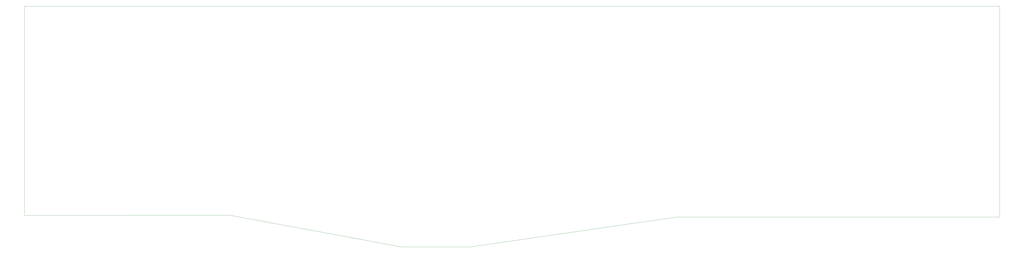
<source format=gbr>
%TF.GenerationSoftware,KiCad,Pcbnew,8.0.1*%
%TF.CreationDate,2024-04-27T19:13:13+09:00*%
%TF.ProjectId,sand-at,73616e64-2d61-4742-9e6b-696361645f70,rev?*%
%TF.SameCoordinates,Original*%
%TF.FileFunction,Profile,NP*%
%FSLAX46Y46*%
G04 Gerber Fmt 4.6, Leading zero omitted, Abs format (unit mm)*
G04 Created by KiCad (PCBNEW 8.0.1) date 2024-04-27 19:13:13*
%MOMM*%
%LPD*%
G01*
G04 APERTURE LIST*
%TA.AperFunction,Profile*%
%ADD10C,0.050000*%
%TD*%
G04 APERTURE END LIST*
D10*
X516200000Y-138270000D02*
X364760000Y-138270000D01*
X267964372Y-152343602D01*
X235831119Y-152342026D01*
X155231119Y-137436766D01*
X58900000Y-137470000D01*
X58900000Y-39200000D01*
X516200000Y-39200000D01*
X516200000Y-138270000D01*
M02*

</source>
